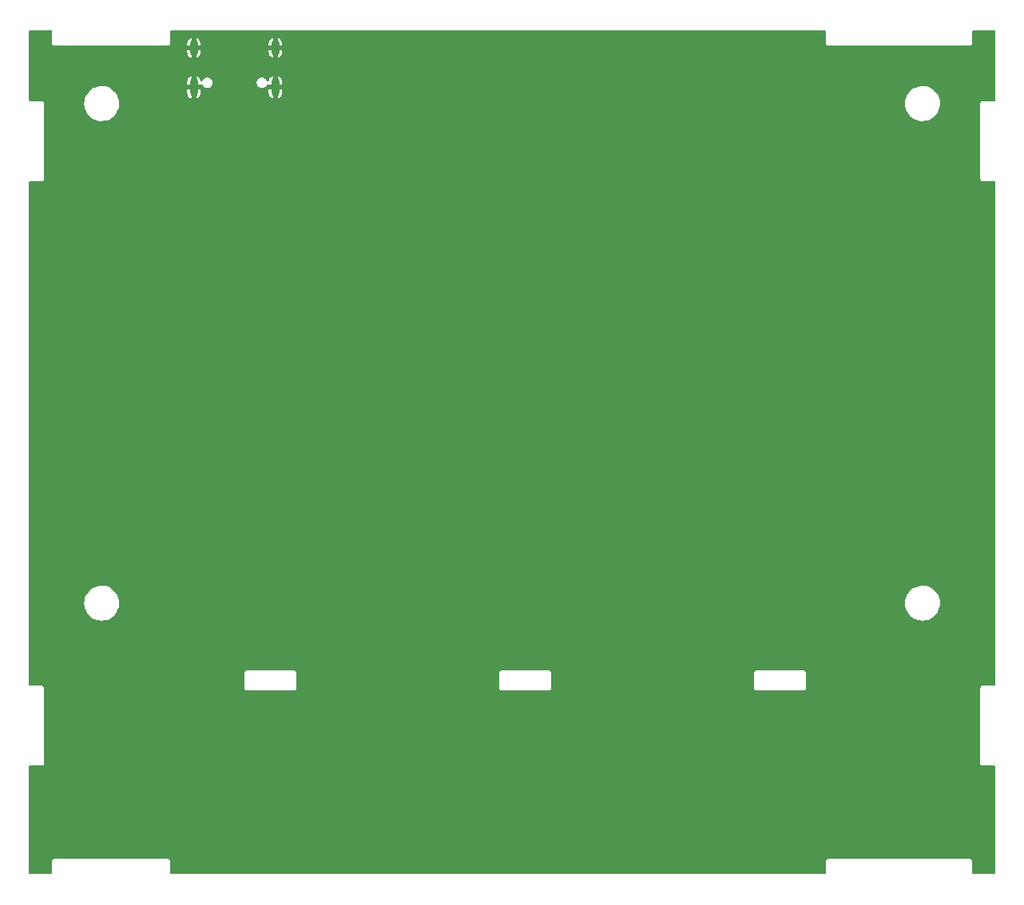
<source format=gbr>
G04 #@! TF.GenerationSoftware,KiCad,Pcbnew,(6.0.0)*
G04 #@! TF.CreationDate,2022-12-26T15:53:49+03:00*
G04 #@! TF.ProjectId,mcu board,6d637520-626f-4617-9264-2e6b69636164,rev?*
G04 #@! TF.SameCoordinates,Original*
G04 #@! TF.FileFunction,Copper,L2,Bot*
G04 #@! TF.FilePolarity,Positive*
%FSLAX46Y46*%
G04 Gerber Fmt 4.6, Leading zero omitted, Abs format (unit mm)*
G04 Created by KiCad (PCBNEW (6.0.0)) date 2022-12-26 15:53:49*
%MOMM*%
%LPD*%
G01*
G04 APERTURE LIST*
G04 #@! TA.AperFunction,ComponentPad*
%ADD10O,0.900000X1.700000*%
G04 #@! TD*
G04 #@! TA.AperFunction,ComponentPad*
%ADD11O,0.900000X2.000000*%
G04 #@! TD*
G04 APERTURE END LIST*
D10*
X121404999Y-62104999D03*
X112764999Y-62104999D03*
D11*
X121404999Y-66274999D03*
X112764999Y-66274999D03*
G04 #@! TA.AperFunction,Conductor*
G36*
X97688121Y-60274002D02*
G01*
X97734614Y-60327658D01*
X97746000Y-60380000D01*
X97746000Y-61562575D01*
X97743579Y-61587153D01*
X97741024Y-61600000D01*
X97746000Y-61625017D01*
X97760737Y-61699106D01*
X97816876Y-61783124D01*
X97900894Y-61839263D01*
X98000000Y-61858976D01*
X98012847Y-61856421D01*
X98037425Y-61854000D01*
X109962575Y-61854000D01*
X109987153Y-61856421D01*
X110000000Y-61858976D01*
X110099106Y-61839263D01*
X110108653Y-61832884D01*
X112060999Y-61832884D01*
X112065474Y-61848123D01*
X112066864Y-61849328D01*
X112074547Y-61850999D01*
X112492884Y-61850999D01*
X112508123Y-61846524D01*
X112509328Y-61845134D01*
X112510999Y-61837451D01*
X112510999Y-61832884D01*
X113018999Y-61832884D01*
X113023474Y-61848123D01*
X113024864Y-61849328D01*
X113032547Y-61850999D01*
X113450884Y-61850999D01*
X113466123Y-61846524D01*
X113467328Y-61845134D01*
X113468999Y-61837451D01*
X113468999Y-61832884D01*
X120700999Y-61832884D01*
X120705474Y-61848123D01*
X120706864Y-61849328D01*
X120714547Y-61850999D01*
X121132884Y-61850999D01*
X121148123Y-61846524D01*
X121149328Y-61845134D01*
X121150999Y-61837451D01*
X121150999Y-61832884D01*
X121658999Y-61832884D01*
X121663474Y-61848123D01*
X121664864Y-61849328D01*
X121672547Y-61850999D01*
X122090884Y-61850999D01*
X122106123Y-61846524D01*
X122107328Y-61845134D01*
X122108999Y-61837451D01*
X122108999Y-61666058D01*
X122108543Y-61658504D01*
X122094611Y-61543378D01*
X122091015Y-61528735D01*
X122036153Y-61383546D01*
X122029168Y-61370185D01*
X121941258Y-61242275D01*
X121931285Y-61230963D01*
X121815404Y-61127717D01*
X121803023Y-61119111D01*
X121668029Y-61047636D01*
X121662484Y-61047861D01*
X121658999Y-61056393D01*
X121658999Y-61832884D01*
X121150999Y-61832884D01*
X121150999Y-61061932D01*
X121147026Y-61048401D01*
X121143842Y-61047944D01*
X121141637Y-61048649D01*
X121013134Y-61114974D01*
X121000662Y-61123450D01*
X120883707Y-61225477D01*
X120873615Y-61236685D01*
X120784373Y-61363663D01*
X120777244Y-61376960D01*
X120720868Y-61521555D01*
X120717116Y-61536169D01*
X120701537Y-61654504D01*
X120700999Y-61662713D01*
X120700999Y-61832884D01*
X113468999Y-61832884D01*
X113468999Y-61666058D01*
X113468543Y-61658504D01*
X113454611Y-61543378D01*
X113451015Y-61528735D01*
X113396153Y-61383546D01*
X113389168Y-61370185D01*
X113301258Y-61242275D01*
X113291285Y-61230963D01*
X113175404Y-61127717D01*
X113163023Y-61119111D01*
X113028029Y-61047636D01*
X113022484Y-61047861D01*
X113018999Y-61056393D01*
X113018999Y-61832884D01*
X112510999Y-61832884D01*
X112510999Y-61061932D01*
X112507026Y-61048401D01*
X112503842Y-61047944D01*
X112501637Y-61048649D01*
X112373134Y-61114974D01*
X112360662Y-61123450D01*
X112243707Y-61225477D01*
X112233615Y-61236685D01*
X112144373Y-61363663D01*
X112137244Y-61376960D01*
X112080868Y-61521555D01*
X112077116Y-61536169D01*
X112061537Y-61654504D01*
X112060999Y-61662713D01*
X112060999Y-61832884D01*
X110108653Y-61832884D01*
X110183124Y-61783124D01*
X110239263Y-61699106D01*
X110254000Y-61625017D01*
X110258976Y-61600000D01*
X110256421Y-61587153D01*
X110254000Y-61562575D01*
X110254000Y-60380000D01*
X110274002Y-60311879D01*
X110327658Y-60265386D01*
X110380000Y-60254000D01*
X179620000Y-60254000D01*
X179688121Y-60274002D01*
X179734614Y-60327658D01*
X179746000Y-60380000D01*
X179746000Y-61562575D01*
X179743579Y-61587153D01*
X179741024Y-61600000D01*
X179746000Y-61625017D01*
X179760737Y-61699106D01*
X179816876Y-61783124D01*
X179900894Y-61839263D01*
X180000000Y-61858976D01*
X180012847Y-61856421D01*
X180037425Y-61854000D01*
X194962575Y-61854000D01*
X194987153Y-61856421D01*
X195000000Y-61858976D01*
X195099106Y-61839263D01*
X195183124Y-61783124D01*
X195239263Y-61699106D01*
X195254000Y-61625017D01*
X195258976Y-61600000D01*
X195256421Y-61587153D01*
X195254000Y-61562575D01*
X195254000Y-60380000D01*
X195274002Y-60311879D01*
X195327658Y-60265386D01*
X195380000Y-60254000D01*
X197620000Y-60254000D01*
X197688121Y-60274002D01*
X197734614Y-60327658D01*
X197746000Y-60380000D01*
X197746000Y-67620000D01*
X197725998Y-67688121D01*
X197672342Y-67734614D01*
X197620000Y-67746000D01*
X196437425Y-67746000D01*
X196412847Y-67743579D01*
X196400000Y-67741024D01*
X196387828Y-67743445D01*
X196374983Y-67746000D01*
X196300894Y-67760737D01*
X196290577Y-67767631D01*
X196290576Y-67767631D01*
X196281959Y-67773389D01*
X196216876Y-67816876D01*
X196160737Y-67900894D01*
X196141024Y-68000000D01*
X196143445Y-68012170D01*
X196143579Y-68012844D01*
X196146000Y-68037425D01*
X196146000Y-75962575D01*
X196143579Y-75987153D01*
X196141024Y-76000000D01*
X196146000Y-76025017D01*
X196160737Y-76099106D01*
X196216876Y-76183124D01*
X196300894Y-76239263D01*
X196400000Y-76258976D01*
X196412847Y-76256421D01*
X196437425Y-76254000D01*
X197620000Y-76254000D01*
X197688121Y-76274002D01*
X197734614Y-76327658D01*
X197746000Y-76380000D01*
X197746000Y-129620000D01*
X197725998Y-129688121D01*
X197672342Y-129734614D01*
X197620000Y-129746000D01*
X196437425Y-129746000D01*
X196412847Y-129743579D01*
X196400000Y-129741024D01*
X196387828Y-129743445D01*
X196374983Y-129746000D01*
X196300894Y-129760737D01*
X196216876Y-129816876D01*
X196160737Y-129900894D01*
X196141024Y-130000000D01*
X196143445Y-130012170D01*
X196143579Y-130012844D01*
X196146000Y-130037425D01*
X196146000Y-137962575D01*
X196143579Y-137987153D01*
X196141024Y-138000000D01*
X196146000Y-138025017D01*
X196160737Y-138099106D01*
X196216876Y-138183124D01*
X196300894Y-138239263D01*
X196400000Y-138258976D01*
X196412847Y-138256421D01*
X196437425Y-138254000D01*
X197620000Y-138254000D01*
X197688121Y-138274002D01*
X197734614Y-138327658D01*
X197746000Y-138380000D01*
X197746000Y-149620000D01*
X197725998Y-149688121D01*
X197672342Y-149734614D01*
X197620000Y-149746000D01*
X195380000Y-149746000D01*
X195311879Y-149725998D01*
X195265386Y-149672342D01*
X195254000Y-149620000D01*
X195254000Y-148437425D01*
X195256421Y-148412844D01*
X195256555Y-148412170D01*
X195258976Y-148400000D01*
X195239263Y-148300894D01*
X195183124Y-148216876D01*
X195099106Y-148160737D01*
X195025017Y-148146000D01*
X195012172Y-148143445D01*
X195000000Y-148141024D01*
X194987153Y-148143579D01*
X194962575Y-148146000D01*
X180037425Y-148146000D01*
X180012847Y-148143579D01*
X180000000Y-148141024D01*
X179987828Y-148143445D01*
X179974983Y-148146000D01*
X179900894Y-148160737D01*
X179816876Y-148216876D01*
X179760737Y-148300894D01*
X179741024Y-148400000D01*
X179743445Y-148412170D01*
X179743579Y-148412844D01*
X179746000Y-148437425D01*
X179746000Y-149620000D01*
X179725998Y-149688121D01*
X179672342Y-149734614D01*
X179620000Y-149746000D01*
X110380000Y-149746000D01*
X110311879Y-149725998D01*
X110265386Y-149672342D01*
X110254000Y-149620000D01*
X110254000Y-148437425D01*
X110256421Y-148412844D01*
X110256555Y-148412170D01*
X110258976Y-148400000D01*
X110239263Y-148300894D01*
X110183124Y-148216876D01*
X110099106Y-148160737D01*
X110025017Y-148146000D01*
X110012172Y-148143445D01*
X110000000Y-148141024D01*
X109987153Y-148143579D01*
X109962575Y-148146000D01*
X98037425Y-148146000D01*
X98012847Y-148143579D01*
X98000000Y-148141024D01*
X97987828Y-148143445D01*
X97974983Y-148146000D01*
X97900894Y-148160737D01*
X97816876Y-148216876D01*
X97760737Y-148300894D01*
X97741024Y-148400000D01*
X97743445Y-148412170D01*
X97743579Y-148412844D01*
X97746000Y-148437425D01*
X97746000Y-149620000D01*
X97725998Y-149688121D01*
X97672342Y-149734614D01*
X97620000Y-149746000D01*
X95380000Y-149746000D01*
X95311879Y-149725998D01*
X95265386Y-149672342D01*
X95254000Y-149620000D01*
X95254000Y-138380000D01*
X95274002Y-138311879D01*
X95327658Y-138265386D01*
X95380000Y-138254000D01*
X96562575Y-138254000D01*
X96587153Y-138256421D01*
X96600000Y-138258976D01*
X96699106Y-138239263D01*
X96783124Y-138183124D01*
X96839263Y-138099106D01*
X96854000Y-138025017D01*
X96858976Y-138000000D01*
X96856421Y-137987153D01*
X96854000Y-137962575D01*
X96854000Y-130037425D01*
X96856421Y-130012844D01*
X96856555Y-130012170D01*
X96858976Y-130000000D01*
X118141024Y-130000000D01*
X118146000Y-130025017D01*
X118160737Y-130099106D01*
X118216876Y-130183124D01*
X118300894Y-130239263D01*
X118400000Y-130258976D01*
X118412847Y-130256421D01*
X118437425Y-130254000D01*
X123362575Y-130254000D01*
X123387153Y-130256421D01*
X123400000Y-130258976D01*
X123499106Y-130239263D01*
X123583124Y-130183124D01*
X123639263Y-130099106D01*
X123654000Y-130025017D01*
X123658976Y-130000000D01*
X145141024Y-130000000D01*
X145146000Y-130025017D01*
X145160737Y-130099106D01*
X145216876Y-130183124D01*
X145300894Y-130239263D01*
X145400000Y-130258976D01*
X145412847Y-130256421D01*
X145437425Y-130254000D01*
X150362575Y-130254000D01*
X150387153Y-130256421D01*
X150400000Y-130258976D01*
X150499106Y-130239263D01*
X150583124Y-130183124D01*
X150639263Y-130099106D01*
X150654000Y-130025017D01*
X150658976Y-130000000D01*
X172141024Y-130000000D01*
X172146000Y-130025017D01*
X172160737Y-130099106D01*
X172216876Y-130183124D01*
X172300894Y-130239263D01*
X172400000Y-130258976D01*
X172412847Y-130256421D01*
X172437425Y-130254000D01*
X177362575Y-130254000D01*
X177387153Y-130256421D01*
X177400000Y-130258976D01*
X177499106Y-130239263D01*
X177583124Y-130183124D01*
X177639263Y-130099106D01*
X177654000Y-130025017D01*
X177658976Y-130000000D01*
X177656421Y-129987153D01*
X177654000Y-129962575D01*
X177654000Y-128437425D01*
X177656421Y-128412844D01*
X177656555Y-128412170D01*
X177658976Y-128400000D01*
X177639263Y-128300894D01*
X177583124Y-128216876D01*
X177499106Y-128160737D01*
X177425017Y-128146000D01*
X177412172Y-128143445D01*
X177400000Y-128141024D01*
X177387153Y-128143579D01*
X177362575Y-128146000D01*
X172437425Y-128146000D01*
X172412847Y-128143579D01*
X172400000Y-128141024D01*
X172387828Y-128143445D01*
X172374983Y-128146000D01*
X172300894Y-128160737D01*
X172216876Y-128216876D01*
X172160737Y-128300894D01*
X172141024Y-128400000D01*
X172143445Y-128412170D01*
X172143579Y-128412844D01*
X172146000Y-128437425D01*
X172146000Y-129962575D01*
X172143579Y-129987153D01*
X172141024Y-130000000D01*
X150658976Y-130000000D01*
X150656421Y-129987153D01*
X150654000Y-129962575D01*
X150654000Y-128437425D01*
X150656421Y-128412844D01*
X150656555Y-128412170D01*
X150658976Y-128400000D01*
X150639263Y-128300894D01*
X150583124Y-128216876D01*
X150499106Y-128160737D01*
X150425017Y-128146000D01*
X150412172Y-128143445D01*
X150400000Y-128141024D01*
X150387153Y-128143579D01*
X150362575Y-128146000D01*
X145437425Y-128146000D01*
X145412847Y-128143579D01*
X145400000Y-128141024D01*
X145387828Y-128143445D01*
X145374983Y-128146000D01*
X145300894Y-128160737D01*
X145216876Y-128216876D01*
X145160737Y-128300894D01*
X145141024Y-128400000D01*
X145143445Y-128412170D01*
X145143579Y-128412844D01*
X145146000Y-128437425D01*
X145146000Y-129962575D01*
X145143579Y-129987153D01*
X145141024Y-130000000D01*
X123658976Y-130000000D01*
X123656421Y-129987153D01*
X123654000Y-129962575D01*
X123654000Y-128437425D01*
X123656421Y-128412844D01*
X123656555Y-128412170D01*
X123658976Y-128400000D01*
X123639263Y-128300894D01*
X123583124Y-128216876D01*
X123499106Y-128160737D01*
X123425017Y-128146000D01*
X123412172Y-128143445D01*
X123400000Y-128141024D01*
X123387153Y-128143579D01*
X123362575Y-128146000D01*
X118437425Y-128146000D01*
X118412847Y-128143579D01*
X118400000Y-128141024D01*
X118387828Y-128143445D01*
X118374983Y-128146000D01*
X118300894Y-128160737D01*
X118216876Y-128216876D01*
X118160737Y-128300894D01*
X118141024Y-128400000D01*
X118143445Y-128412170D01*
X118143579Y-128412844D01*
X118146000Y-128437425D01*
X118146000Y-129962575D01*
X118143579Y-129987153D01*
X118141024Y-130000000D01*
X96858976Y-130000000D01*
X96839263Y-129900894D01*
X96783124Y-129816876D01*
X96699106Y-129760737D01*
X96625017Y-129746000D01*
X96612172Y-129743445D01*
X96600000Y-129741024D01*
X96587153Y-129743579D01*
X96562575Y-129746000D01*
X95380000Y-129746000D01*
X95311879Y-129725998D01*
X95265386Y-129672342D01*
X95254000Y-129620000D01*
X95254000Y-121042186D01*
X101141018Y-121042186D01*
X101166579Y-121310100D01*
X101230547Y-121571518D01*
X101331583Y-121820963D01*
X101467569Y-122053210D01*
X101635658Y-122263395D01*
X101832327Y-122447113D01*
X102053457Y-122600516D01*
X102294416Y-122720391D01*
X102298750Y-122721812D01*
X102298753Y-122721813D01*
X102545823Y-122802807D01*
X102545829Y-122802808D01*
X102550156Y-122804227D01*
X102554647Y-122805007D01*
X102554648Y-122805007D01*
X102811538Y-122849611D01*
X102811546Y-122849612D01*
X102815319Y-122850267D01*
X102819156Y-122850458D01*
X102898777Y-122854422D01*
X102898785Y-122854422D01*
X102900348Y-122854500D01*
X103068374Y-122854500D01*
X103070642Y-122854335D01*
X103070654Y-122854335D01*
X103201457Y-122844844D01*
X103268425Y-122839985D01*
X103272880Y-122839001D01*
X103272883Y-122839001D01*
X103526770Y-122782947D01*
X103526772Y-122782946D01*
X103531226Y-122781963D01*
X103782900Y-122686613D01*
X104018172Y-122555931D01*
X104164842Y-122443996D01*
X104228491Y-122395421D01*
X104228495Y-122395417D01*
X104232116Y-122392654D01*
X104420249Y-122200203D01*
X104527242Y-122053210D01*
X104575942Y-121986304D01*
X104575947Y-121986297D01*
X104578630Y-121982610D01*
X104703941Y-121744433D01*
X104793557Y-121490662D01*
X104818688Y-121363156D01*
X104844720Y-121231083D01*
X104844721Y-121231077D01*
X104845601Y-121226611D01*
X104854782Y-121042186D01*
X188141018Y-121042186D01*
X188166579Y-121310100D01*
X188230547Y-121571518D01*
X188331583Y-121820963D01*
X188467569Y-122053210D01*
X188635658Y-122263395D01*
X188832327Y-122447113D01*
X189053457Y-122600516D01*
X189294416Y-122720391D01*
X189298750Y-122721812D01*
X189298753Y-122721813D01*
X189545823Y-122802807D01*
X189545829Y-122802808D01*
X189550156Y-122804227D01*
X189554647Y-122805007D01*
X189554648Y-122805007D01*
X189811538Y-122849611D01*
X189811546Y-122849612D01*
X189815319Y-122850267D01*
X189819156Y-122850458D01*
X189898777Y-122854422D01*
X189898785Y-122854422D01*
X189900348Y-122854500D01*
X190068374Y-122854500D01*
X190070642Y-122854335D01*
X190070654Y-122854335D01*
X190201457Y-122844844D01*
X190268425Y-122839985D01*
X190272880Y-122839001D01*
X190272883Y-122839001D01*
X190526770Y-122782947D01*
X190526772Y-122782946D01*
X190531226Y-122781963D01*
X190782900Y-122686613D01*
X191018172Y-122555931D01*
X191164842Y-122443996D01*
X191228491Y-122395421D01*
X191228495Y-122395417D01*
X191232116Y-122392654D01*
X191420249Y-122200203D01*
X191527242Y-122053210D01*
X191575942Y-121986304D01*
X191575947Y-121986297D01*
X191578630Y-121982610D01*
X191703941Y-121744433D01*
X191793557Y-121490662D01*
X191818688Y-121363156D01*
X191844720Y-121231083D01*
X191844721Y-121231077D01*
X191845601Y-121226611D01*
X191854782Y-121042186D01*
X191858755Y-120962383D01*
X191858755Y-120962377D01*
X191858982Y-120957814D01*
X191833421Y-120689900D01*
X191769453Y-120428482D01*
X191668417Y-120179037D01*
X191532431Y-119946790D01*
X191364342Y-119736605D01*
X191167673Y-119552887D01*
X190946543Y-119399484D01*
X190705584Y-119279609D01*
X190701250Y-119278188D01*
X190701247Y-119278187D01*
X190454177Y-119197193D01*
X190454171Y-119197192D01*
X190449844Y-119195773D01*
X190445352Y-119194993D01*
X190188462Y-119150389D01*
X190188454Y-119150388D01*
X190184681Y-119149733D01*
X190174718Y-119149237D01*
X190101223Y-119145578D01*
X190101215Y-119145578D01*
X190099652Y-119145500D01*
X189931626Y-119145500D01*
X189929358Y-119145665D01*
X189929346Y-119145665D01*
X189798543Y-119155156D01*
X189731575Y-119160015D01*
X189727120Y-119160999D01*
X189727117Y-119160999D01*
X189473230Y-119217053D01*
X189473228Y-119217054D01*
X189468774Y-119218037D01*
X189217100Y-119313387D01*
X188981828Y-119444069D01*
X188978196Y-119446841D01*
X188771509Y-119604579D01*
X188771505Y-119604583D01*
X188767884Y-119607346D01*
X188579751Y-119799797D01*
X188577066Y-119803486D01*
X188424058Y-120013696D01*
X188424053Y-120013703D01*
X188421370Y-120017390D01*
X188296059Y-120255567D01*
X188206443Y-120509338D01*
X188205560Y-120513820D01*
X188170855Y-120689900D01*
X188154399Y-120773389D01*
X188154172Y-120777942D01*
X188154172Y-120777945D01*
X188144991Y-120962383D01*
X188141018Y-121042186D01*
X104854782Y-121042186D01*
X104858755Y-120962383D01*
X104858755Y-120962377D01*
X104858982Y-120957814D01*
X104833421Y-120689900D01*
X104769453Y-120428482D01*
X104668417Y-120179037D01*
X104532431Y-119946790D01*
X104364342Y-119736605D01*
X104167673Y-119552887D01*
X103946543Y-119399484D01*
X103705584Y-119279609D01*
X103701250Y-119278188D01*
X103701247Y-119278187D01*
X103454177Y-119197193D01*
X103454171Y-119197192D01*
X103449844Y-119195773D01*
X103445352Y-119194993D01*
X103188462Y-119150389D01*
X103188454Y-119150388D01*
X103184681Y-119149733D01*
X103174718Y-119149237D01*
X103101223Y-119145578D01*
X103101215Y-119145578D01*
X103099652Y-119145500D01*
X102931626Y-119145500D01*
X102929358Y-119145665D01*
X102929346Y-119145665D01*
X102798543Y-119155156D01*
X102731575Y-119160015D01*
X102727120Y-119160999D01*
X102727117Y-119160999D01*
X102473230Y-119217053D01*
X102473228Y-119217054D01*
X102468774Y-119218037D01*
X102217100Y-119313387D01*
X101981828Y-119444069D01*
X101978196Y-119446841D01*
X101771509Y-119604579D01*
X101771505Y-119604583D01*
X101767884Y-119607346D01*
X101579751Y-119799797D01*
X101577066Y-119803486D01*
X101424058Y-120013696D01*
X101424053Y-120013703D01*
X101421370Y-120017390D01*
X101296059Y-120255567D01*
X101206443Y-120509338D01*
X101205560Y-120513820D01*
X101170855Y-120689900D01*
X101154399Y-120773389D01*
X101154172Y-120777942D01*
X101154172Y-120777945D01*
X101144991Y-120962383D01*
X101141018Y-121042186D01*
X95254000Y-121042186D01*
X95254000Y-76380000D01*
X95274002Y-76311879D01*
X95327658Y-76265386D01*
X95380000Y-76254000D01*
X96562575Y-76254000D01*
X96587153Y-76256421D01*
X96600000Y-76258976D01*
X96699106Y-76239263D01*
X96783124Y-76183124D01*
X96839263Y-76099106D01*
X96854000Y-76025017D01*
X96858976Y-76000000D01*
X96856421Y-75987153D01*
X96854000Y-75962575D01*
X96854000Y-68042186D01*
X101141018Y-68042186D01*
X101166579Y-68310100D01*
X101230547Y-68571518D01*
X101331583Y-68820963D01*
X101467569Y-69053210D01*
X101635658Y-69263395D01*
X101832327Y-69447113D01*
X102053457Y-69600516D01*
X102294416Y-69720391D01*
X102298750Y-69721812D01*
X102298753Y-69721813D01*
X102545823Y-69802807D01*
X102545829Y-69802808D01*
X102550156Y-69804227D01*
X102554647Y-69805007D01*
X102554648Y-69805007D01*
X102811538Y-69849611D01*
X102811546Y-69849612D01*
X102815319Y-69850267D01*
X102819156Y-69850458D01*
X102898777Y-69854422D01*
X102898785Y-69854422D01*
X102900348Y-69854500D01*
X103068374Y-69854500D01*
X103070642Y-69854335D01*
X103070654Y-69854335D01*
X103201457Y-69844844D01*
X103268425Y-69839985D01*
X103272880Y-69839001D01*
X103272883Y-69839001D01*
X103526770Y-69782947D01*
X103526772Y-69782946D01*
X103531226Y-69781963D01*
X103782900Y-69686613D01*
X104018172Y-69555931D01*
X104164842Y-69443996D01*
X104228491Y-69395421D01*
X104228495Y-69395417D01*
X104232116Y-69392654D01*
X104420249Y-69200203D01*
X104527242Y-69053210D01*
X104575942Y-68986304D01*
X104575947Y-68986297D01*
X104578630Y-68982610D01*
X104703941Y-68744433D01*
X104793557Y-68490662D01*
X104818688Y-68363156D01*
X104844720Y-68231083D01*
X104844721Y-68231077D01*
X104845601Y-68226611D01*
X104847766Y-68183124D01*
X104854782Y-68042186D01*
X188141018Y-68042186D01*
X188166579Y-68310100D01*
X188230547Y-68571518D01*
X188331583Y-68820963D01*
X188467569Y-69053210D01*
X188635658Y-69263395D01*
X188832327Y-69447113D01*
X189053457Y-69600516D01*
X189294416Y-69720391D01*
X189298750Y-69721812D01*
X189298753Y-69721813D01*
X189545823Y-69802807D01*
X189545829Y-69802808D01*
X189550156Y-69804227D01*
X189554647Y-69805007D01*
X189554648Y-69805007D01*
X189811538Y-69849611D01*
X189811546Y-69849612D01*
X189815319Y-69850267D01*
X189819156Y-69850458D01*
X189898777Y-69854422D01*
X189898785Y-69854422D01*
X189900348Y-69854500D01*
X190068374Y-69854500D01*
X190070642Y-69854335D01*
X190070654Y-69854335D01*
X190201457Y-69844844D01*
X190268425Y-69839985D01*
X190272880Y-69839001D01*
X190272883Y-69839001D01*
X190526770Y-69782947D01*
X190526772Y-69782946D01*
X190531226Y-69781963D01*
X190782900Y-69686613D01*
X191018172Y-69555931D01*
X191164842Y-69443996D01*
X191228491Y-69395421D01*
X191228495Y-69395417D01*
X191232116Y-69392654D01*
X191420249Y-69200203D01*
X191527242Y-69053210D01*
X191575942Y-68986304D01*
X191575947Y-68986297D01*
X191578630Y-68982610D01*
X191703941Y-68744433D01*
X191793557Y-68490662D01*
X191818688Y-68363156D01*
X191844720Y-68231083D01*
X191844721Y-68231077D01*
X191845601Y-68226611D01*
X191847766Y-68183124D01*
X191858755Y-67962383D01*
X191858755Y-67962377D01*
X191858982Y-67957814D01*
X191833421Y-67689900D01*
X191780495Y-67473605D01*
X191770539Y-67432920D01*
X191769453Y-67428482D01*
X191668417Y-67179037D01*
X191532431Y-66946790D01*
X191364342Y-66736605D01*
X191167673Y-66552887D01*
X190946543Y-66399484D01*
X190705584Y-66279609D01*
X190701250Y-66278188D01*
X190701247Y-66278187D01*
X190454177Y-66197193D01*
X190454171Y-66197192D01*
X190449844Y-66195773D01*
X190445352Y-66194993D01*
X190188462Y-66150389D01*
X190188454Y-66150388D01*
X190184681Y-66149733D01*
X190174718Y-66149237D01*
X190101223Y-66145578D01*
X190101215Y-66145578D01*
X190099652Y-66145500D01*
X189931626Y-66145500D01*
X189929358Y-66145665D01*
X189929346Y-66145665D01*
X189798543Y-66155156D01*
X189731575Y-66160015D01*
X189727120Y-66160999D01*
X189727117Y-66160999D01*
X189473230Y-66217053D01*
X189473228Y-66217054D01*
X189468774Y-66218037D01*
X189217100Y-66313387D01*
X189213114Y-66315601D01*
X189213112Y-66315602D01*
X189152392Y-66349329D01*
X188981828Y-66444069D01*
X188978196Y-66446841D01*
X188771509Y-66604579D01*
X188771505Y-66604583D01*
X188767884Y-66607346D01*
X188579751Y-66799797D01*
X188577066Y-66803486D01*
X188424058Y-67013696D01*
X188424053Y-67013703D01*
X188421370Y-67017390D01*
X188296059Y-67255567D01*
X188206443Y-67509338D01*
X188205560Y-67513820D01*
X188155534Y-67767632D01*
X188154399Y-67773389D01*
X188154172Y-67777942D01*
X188154172Y-67777945D01*
X188141873Y-68025017D01*
X188141018Y-68042186D01*
X104854782Y-68042186D01*
X104858755Y-67962383D01*
X104858755Y-67962377D01*
X104858982Y-67957814D01*
X104833421Y-67689900D01*
X104780495Y-67473605D01*
X104770539Y-67432920D01*
X104769453Y-67428482D01*
X104668417Y-67179037D01*
X104532431Y-66946790D01*
X104466174Y-66863940D01*
X112060999Y-66863940D01*
X112061455Y-66871494D01*
X112075387Y-66986620D01*
X112078983Y-67001263D01*
X112133845Y-67146452D01*
X112140830Y-67159813D01*
X112228740Y-67287723D01*
X112238713Y-67299035D01*
X112354591Y-67402279D01*
X112366975Y-67410887D01*
X112501969Y-67482362D01*
X112507514Y-67482137D01*
X112510999Y-67473605D01*
X112510999Y-67468066D01*
X113018999Y-67468066D01*
X113022972Y-67481597D01*
X113026156Y-67482054D01*
X113028361Y-67481349D01*
X113156864Y-67415024D01*
X113169336Y-67406548D01*
X113286291Y-67304521D01*
X113296383Y-67293313D01*
X113385625Y-67166335D01*
X113392754Y-67153038D01*
X113449130Y-67008443D01*
X113452882Y-66993829D01*
X113468461Y-66875494D01*
X113468999Y-66867285D01*
X113468999Y-66863940D01*
X120700999Y-66863940D01*
X120701455Y-66871494D01*
X120715387Y-66986620D01*
X120718983Y-67001263D01*
X120773845Y-67146452D01*
X120780830Y-67159813D01*
X120868740Y-67287723D01*
X120878713Y-67299035D01*
X120994591Y-67402279D01*
X121006975Y-67410887D01*
X121141969Y-67482362D01*
X121147514Y-67482137D01*
X121150999Y-67473605D01*
X121150999Y-67468066D01*
X121658999Y-67468066D01*
X121662972Y-67481597D01*
X121666156Y-67482054D01*
X121668361Y-67481349D01*
X121796864Y-67415024D01*
X121809336Y-67406548D01*
X121926291Y-67304521D01*
X121936383Y-67293313D01*
X122025625Y-67166335D01*
X122032754Y-67153038D01*
X122089130Y-67008443D01*
X122092882Y-66993829D01*
X122108461Y-66875494D01*
X122108999Y-66867285D01*
X122108999Y-66547114D01*
X122104524Y-66531875D01*
X122103134Y-66530670D01*
X122095451Y-66528999D01*
X121677114Y-66528999D01*
X121661875Y-66533474D01*
X121660670Y-66534864D01*
X121658999Y-66542547D01*
X121658999Y-67468066D01*
X121150999Y-67468066D01*
X121150999Y-66547114D01*
X121146524Y-66531875D01*
X121145134Y-66530670D01*
X121137451Y-66528999D01*
X120719114Y-66528999D01*
X120703875Y-66533474D01*
X120702670Y-66534864D01*
X120700999Y-66542547D01*
X120700999Y-66863940D01*
X113468999Y-66863940D01*
X113468999Y-66547114D01*
X113464524Y-66531875D01*
X113463134Y-66530670D01*
X113455451Y-66528999D01*
X113037114Y-66528999D01*
X113021875Y-66533474D01*
X113020670Y-66534864D01*
X113018999Y-66542547D01*
X113018999Y-67468066D01*
X112510999Y-67468066D01*
X112510999Y-66547114D01*
X112506524Y-66531875D01*
X112505134Y-66530670D01*
X112497451Y-66528999D01*
X112079114Y-66528999D01*
X112063875Y-66533474D01*
X112062670Y-66534864D01*
X112060999Y-66542547D01*
X112060999Y-66863940D01*
X104466174Y-66863940D01*
X104364342Y-66736605D01*
X104167673Y-66552887D01*
X103946543Y-66399484D01*
X103705584Y-66279609D01*
X103701250Y-66278188D01*
X103701247Y-66278187D01*
X103454177Y-66197193D01*
X103454171Y-66197192D01*
X103449844Y-66195773D01*
X103445352Y-66194993D01*
X103188462Y-66150389D01*
X103188454Y-66150388D01*
X103184681Y-66149733D01*
X103174718Y-66149237D01*
X103101223Y-66145578D01*
X103101215Y-66145578D01*
X103099652Y-66145500D01*
X102931626Y-66145500D01*
X102929358Y-66145665D01*
X102929346Y-66145665D01*
X102798543Y-66155156D01*
X102731575Y-66160015D01*
X102727120Y-66160999D01*
X102727117Y-66160999D01*
X102473230Y-66217053D01*
X102473228Y-66217054D01*
X102468774Y-66218037D01*
X102217100Y-66313387D01*
X102213114Y-66315601D01*
X102213112Y-66315602D01*
X102152392Y-66349329D01*
X101981828Y-66444069D01*
X101978196Y-66446841D01*
X101771509Y-66604579D01*
X101771505Y-66604583D01*
X101767884Y-66607346D01*
X101579751Y-66799797D01*
X101577066Y-66803486D01*
X101424058Y-67013696D01*
X101424053Y-67013703D01*
X101421370Y-67017390D01*
X101296059Y-67255567D01*
X101206443Y-67509338D01*
X101205560Y-67513820D01*
X101155534Y-67767632D01*
X101154399Y-67773389D01*
X101154172Y-67777942D01*
X101154172Y-67777945D01*
X101141873Y-68025017D01*
X101141018Y-68042186D01*
X96854000Y-68042186D01*
X96854000Y-68037425D01*
X96856421Y-68012844D01*
X96856555Y-68012170D01*
X96858976Y-68000000D01*
X96839263Y-67900894D01*
X96783124Y-67816876D01*
X96699106Y-67760737D01*
X96625017Y-67746000D01*
X96612172Y-67743445D01*
X96600000Y-67741024D01*
X96587153Y-67743579D01*
X96562575Y-67746000D01*
X95380000Y-67746000D01*
X95311879Y-67725998D01*
X95265386Y-67672342D01*
X95254000Y-67620000D01*
X95254000Y-66002884D01*
X112060999Y-66002884D01*
X112065474Y-66018123D01*
X112066864Y-66019328D01*
X112074547Y-66020999D01*
X112492884Y-66020999D01*
X112508123Y-66016524D01*
X112509328Y-66015134D01*
X112510999Y-66007451D01*
X112510999Y-66002884D01*
X113018999Y-66002884D01*
X113023474Y-66018123D01*
X113024864Y-66019328D01*
X113032547Y-66020999D01*
X113450884Y-66020999D01*
X113466123Y-66016524D01*
X113481729Y-65998514D01*
X113541454Y-65960129D01*
X113612451Y-65960128D01*
X113672177Y-65998511D01*
X113689221Y-66023822D01*
X113700638Y-66046229D01*
X113735391Y-66114435D01*
X113741204Y-66120756D01*
X113741205Y-66120758D01*
X113829754Y-66217053D01*
X113838225Y-66226265D01*
X113845520Y-66230788D01*
X113845521Y-66230789D01*
X113927540Y-66281643D01*
X113967343Y-66306322D01*
X114113234Y-66348708D01*
X114124006Y-66349499D01*
X114233056Y-66349499D01*
X114237302Y-66348917D01*
X114237308Y-66348917D01*
X114316053Y-66338130D01*
X114345517Y-66334094D01*
X114393368Y-66313387D01*
X114477063Y-66277168D01*
X114477064Y-66277168D01*
X114484945Y-66273757D01*
X114532908Y-66234918D01*
X114596338Y-66183554D01*
X114596340Y-66183552D01*
X114603012Y-66178149D01*
X114615900Y-66160015D01*
X114686043Y-66061314D01*
X114686043Y-66061313D01*
X114691019Y-66054312D01*
X114742481Y-65911370D01*
X114748446Y-65830144D01*
X119416390Y-65830144D01*
X119446419Y-65979070D01*
X119450319Y-65986724D01*
X119511491Y-66106782D01*
X119511493Y-66106785D01*
X119515391Y-66114435D01*
X119521204Y-66120756D01*
X119521205Y-66120758D01*
X119609754Y-66217053D01*
X119618225Y-66226265D01*
X119625520Y-66230788D01*
X119625521Y-66230789D01*
X119707540Y-66281643D01*
X119747343Y-66306322D01*
X119893234Y-66348708D01*
X119904006Y-66349499D01*
X120013056Y-66349499D01*
X120017302Y-66348917D01*
X120017308Y-66348917D01*
X120096053Y-66338130D01*
X120125517Y-66334094D01*
X120173368Y-66313387D01*
X120257063Y-66277168D01*
X120257064Y-66277168D01*
X120264945Y-66273757D01*
X120312908Y-66234918D01*
X120376338Y-66183554D01*
X120376340Y-66183552D01*
X120383012Y-66178149D01*
X120395900Y-66160015D01*
X120466043Y-66061314D01*
X120466043Y-66061313D01*
X120471019Y-66054312D01*
X120473929Y-66046229D01*
X120473931Y-66046226D01*
X120475286Y-66042462D01*
X120477436Y-66039520D01*
X120477908Y-66038618D01*
X120478044Y-66038689D01*
X120517183Y-65985146D01*
X120583416Y-65959580D01*
X120652958Y-65973880D01*
X120675642Y-65996054D01*
X120677513Y-65993895D01*
X120706864Y-66019328D01*
X120714547Y-66020999D01*
X121132884Y-66020999D01*
X121148123Y-66016524D01*
X121149328Y-66015134D01*
X121150999Y-66007451D01*
X121150999Y-66002884D01*
X121658999Y-66002884D01*
X121663474Y-66018123D01*
X121664864Y-66019328D01*
X121672547Y-66020999D01*
X122090884Y-66020999D01*
X122106123Y-66016524D01*
X122107328Y-66015134D01*
X122108999Y-66007451D01*
X122108999Y-65686058D01*
X122108543Y-65678504D01*
X122094611Y-65563378D01*
X122091015Y-65548735D01*
X122036153Y-65403546D01*
X122029168Y-65390185D01*
X121941258Y-65262275D01*
X121931285Y-65250963D01*
X121815404Y-65147717D01*
X121803023Y-65139111D01*
X121668029Y-65067636D01*
X121662484Y-65067861D01*
X121658999Y-65076393D01*
X121658999Y-66002884D01*
X121150999Y-66002884D01*
X121150999Y-65081932D01*
X121147026Y-65068401D01*
X121143842Y-65067944D01*
X121141637Y-65068649D01*
X121013134Y-65134974D01*
X121000662Y-65143450D01*
X120883707Y-65245477D01*
X120873615Y-65256685D01*
X120784373Y-65383663D01*
X120777244Y-65396960D01*
X120720867Y-65541558D01*
X120719144Y-65548270D01*
X120682831Y-65609277D01*
X120619299Y-65640967D01*
X120548720Y-65633279D01*
X120493502Y-65588653D01*
X120484835Y-65574141D01*
X120438507Y-65483216D01*
X120438505Y-65483213D01*
X120434607Y-65475563D01*
X120382456Y-65418849D01*
X120337583Y-65370051D01*
X120337582Y-65370050D01*
X120331773Y-65363733D01*
X120263893Y-65321645D01*
X120209955Y-65288202D01*
X120209954Y-65288201D01*
X120202655Y-65283676D01*
X120056764Y-65241290D01*
X120045992Y-65240499D01*
X119936942Y-65240499D01*
X119932696Y-65241081D01*
X119932690Y-65241081D01*
X119853945Y-65251868D01*
X119824481Y-65255904D01*
X119816597Y-65259316D01*
X119816596Y-65259316D01*
X119760305Y-65283676D01*
X119685053Y-65316241D01*
X119678380Y-65321645D01*
X119573660Y-65406444D01*
X119573658Y-65406446D01*
X119566986Y-65411849D01*
X119478979Y-65535686D01*
X119427517Y-65678628D01*
X119416390Y-65830144D01*
X114748446Y-65830144D01*
X114753608Y-65759854D01*
X114723579Y-65610928D01*
X114711876Y-65587959D01*
X114658507Y-65483216D01*
X114658505Y-65483213D01*
X114654607Y-65475563D01*
X114602456Y-65418849D01*
X114557583Y-65370051D01*
X114557582Y-65370050D01*
X114551773Y-65363733D01*
X114483893Y-65321645D01*
X114429955Y-65288202D01*
X114429954Y-65288201D01*
X114422655Y-65283676D01*
X114276764Y-65241290D01*
X114265992Y-65240499D01*
X114156942Y-65240499D01*
X114152696Y-65241081D01*
X114152690Y-65241081D01*
X114073945Y-65251868D01*
X114044481Y-65255904D01*
X114036597Y-65259316D01*
X114036596Y-65259316D01*
X113980305Y-65283676D01*
X113905053Y-65316241D01*
X113898380Y-65321645D01*
X113793660Y-65406444D01*
X113793658Y-65406446D01*
X113786986Y-65411849D01*
X113698979Y-65535686D01*
X113696069Y-65543769D01*
X113691039Y-65557740D01*
X113649144Y-65615058D01*
X113582912Y-65640627D01*
X113513370Y-65626329D01*
X113462597Y-65576703D01*
X113454274Y-65555621D01*
X113453699Y-65555838D01*
X113396153Y-65403546D01*
X113389168Y-65390185D01*
X113301258Y-65262275D01*
X113291285Y-65250963D01*
X113175404Y-65147717D01*
X113163023Y-65139111D01*
X113028029Y-65067636D01*
X113022484Y-65067861D01*
X113018999Y-65076393D01*
X113018999Y-66002884D01*
X112510999Y-66002884D01*
X112510999Y-65081932D01*
X112507026Y-65068401D01*
X112503842Y-65067944D01*
X112501637Y-65068649D01*
X112373134Y-65134974D01*
X112360662Y-65143450D01*
X112243707Y-65245477D01*
X112233615Y-65256685D01*
X112144373Y-65383663D01*
X112137244Y-65396960D01*
X112080868Y-65541555D01*
X112077116Y-65556169D01*
X112061537Y-65674504D01*
X112060999Y-65682713D01*
X112060999Y-66002884D01*
X95254000Y-66002884D01*
X95254000Y-62543940D01*
X112060999Y-62543940D01*
X112061455Y-62551494D01*
X112075387Y-62666620D01*
X112078983Y-62681263D01*
X112133845Y-62826452D01*
X112140830Y-62839813D01*
X112228740Y-62967723D01*
X112238713Y-62979035D01*
X112354591Y-63082279D01*
X112366975Y-63090887D01*
X112501969Y-63162362D01*
X112507514Y-63162137D01*
X112510999Y-63153605D01*
X112510999Y-63148066D01*
X113018999Y-63148066D01*
X113022972Y-63161597D01*
X113026156Y-63162054D01*
X113028361Y-63161349D01*
X113156864Y-63095024D01*
X113169336Y-63086548D01*
X113286291Y-62984521D01*
X113296383Y-62973313D01*
X113385625Y-62846335D01*
X113392754Y-62833038D01*
X113449130Y-62688443D01*
X113452882Y-62673829D01*
X113468461Y-62555494D01*
X113468999Y-62547285D01*
X113468999Y-62543940D01*
X120700999Y-62543940D01*
X120701455Y-62551494D01*
X120715387Y-62666620D01*
X120718983Y-62681263D01*
X120773845Y-62826452D01*
X120780830Y-62839813D01*
X120868740Y-62967723D01*
X120878713Y-62979035D01*
X120994591Y-63082279D01*
X121006975Y-63090887D01*
X121141969Y-63162362D01*
X121147514Y-63162137D01*
X121150999Y-63153605D01*
X121150999Y-63148066D01*
X121658999Y-63148066D01*
X121662972Y-63161597D01*
X121666156Y-63162054D01*
X121668361Y-63161349D01*
X121796864Y-63095024D01*
X121809336Y-63086548D01*
X121926291Y-62984521D01*
X121936383Y-62973313D01*
X122025625Y-62846335D01*
X122032754Y-62833038D01*
X122089130Y-62688443D01*
X122092882Y-62673829D01*
X122108461Y-62555494D01*
X122108999Y-62547285D01*
X122108999Y-62377114D01*
X122104524Y-62361875D01*
X122103134Y-62360670D01*
X122095451Y-62358999D01*
X121677114Y-62358999D01*
X121661875Y-62363474D01*
X121660670Y-62364864D01*
X121658999Y-62372547D01*
X121658999Y-63148066D01*
X121150999Y-63148066D01*
X121150999Y-62377114D01*
X121146524Y-62361875D01*
X121145134Y-62360670D01*
X121137451Y-62358999D01*
X120719114Y-62358999D01*
X120703875Y-62363474D01*
X120702670Y-62364864D01*
X120700999Y-62372547D01*
X120700999Y-62543940D01*
X113468999Y-62543940D01*
X113468999Y-62377114D01*
X113464524Y-62361875D01*
X113463134Y-62360670D01*
X113455451Y-62358999D01*
X113037114Y-62358999D01*
X113021875Y-62363474D01*
X113020670Y-62364864D01*
X113018999Y-62372547D01*
X113018999Y-63148066D01*
X112510999Y-63148066D01*
X112510999Y-62377114D01*
X112506524Y-62361875D01*
X112505134Y-62360670D01*
X112497451Y-62358999D01*
X112079114Y-62358999D01*
X112063875Y-62363474D01*
X112062670Y-62364864D01*
X112060999Y-62372547D01*
X112060999Y-62543940D01*
X95254000Y-62543940D01*
X95254000Y-60380000D01*
X95274002Y-60311879D01*
X95327658Y-60265386D01*
X95380000Y-60254000D01*
X97620000Y-60254000D01*
X97688121Y-60274002D01*
G37*
G04 #@! TD.AperFunction*
M02*

</source>
